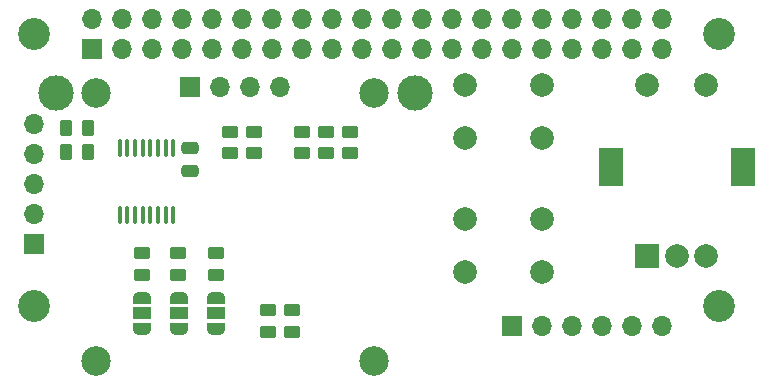
<source format=gbs>
G04 #@! TF.GenerationSoftware,KiCad,Pcbnew,(6.0.0-0)*
G04 #@! TF.CreationDate,2022-01-03T13:42:27-06:00*
G04 #@! TF.ProjectId,ctrl_board,6374726c-5f62-46f6-9172-642e6b696361,rev?*
G04 #@! TF.SameCoordinates,Original*
G04 #@! TF.FileFunction,Soldermask,Bot*
G04 #@! TF.FilePolarity,Negative*
%FSLAX46Y46*%
G04 Gerber Fmt 4.6, Leading zero omitted, Abs format (unit mm)*
G04 Created by KiCad (PCBNEW (6.0.0-0)) date 2022-01-03 13:42:27*
%MOMM*%
%LPD*%
G01*
G04 APERTURE LIST*
G04 Aperture macros list*
%AMRoundRect*
0 Rectangle with rounded corners*
0 $1 Rounding radius*
0 $2 $3 $4 $5 $6 $7 $8 $9 X,Y pos of 4 corners*
0 Add a 4 corners polygon primitive as box body*
4,1,4,$2,$3,$4,$5,$6,$7,$8,$9,$2,$3,0*
0 Add four circle primitives for the rounded corners*
1,1,$1+$1,$2,$3*
1,1,$1+$1,$4,$5*
1,1,$1+$1,$6,$7*
1,1,$1+$1,$8,$9*
0 Add four rect primitives between the rounded corners*
20,1,$1+$1,$2,$3,$4,$5,0*
20,1,$1+$1,$4,$5,$6,$7,0*
20,1,$1+$1,$6,$7,$8,$9,0*
20,1,$1+$1,$8,$9,$2,$3,0*%
%AMFreePoly0*
4,1,22,0.550000,-0.750000,0.000000,-0.750000,0.000000,-0.745033,-0.079941,-0.743568,-0.215256,-0.701293,-0.333266,-0.622738,-0.424486,-0.514219,-0.481581,-0.384460,-0.499164,-0.250000,-0.500000,-0.250000,-0.500000,0.250000,-0.499164,0.250000,-0.499963,0.256109,-0.478152,0.396186,-0.417904,0.524511,-0.324060,0.630769,-0.204165,0.706417,-0.067858,0.745374,0.000000,0.744959,0.000000,0.750000,
0.550000,0.750000,0.550000,-0.750000,0.550000,-0.750000,$1*%
%AMFreePoly1*
4,1,20,0.000000,0.744959,0.073905,0.744508,0.209726,0.703889,0.328688,0.626782,0.421226,0.519385,0.479903,0.390333,0.500000,0.250000,0.500000,-0.250000,0.499851,-0.262216,0.476331,-0.402017,0.414519,-0.529596,0.319384,-0.634700,0.198574,-0.708877,0.061801,-0.746166,0.000000,-0.745033,0.000000,-0.750000,-0.550000,-0.750000,-0.550000,0.750000,0.000000,0.750000,0.000000,0.744959,
0.000000,0.744959,$1*%
G04 Aperture macros list end*
%ADD10C,2.700000*%
%ADD11C,2.000000*%
%ADD12R,1.700000X1.700000*%
%ADD13O,1.700000X1.700000*%
%ADD14C,2.500000*%
%ADD15C,3.000000*%
%ADD16R,2.000000X2.000000*%
%ADD17R,2.000000X3.200000*%
%ADD18RoundRect,0.250000X-0.262500X-0.450000X0.262500X-0.450000X0.262500X0.450000X-0.262500X0.450000X0*%
%ADD19FreePoly0,90.000000*%
%ADD20R,1.500000X1.000000*%
%ADD21FreePoly1,90.000000*%
%ADD22RoundRect,0.250000X-0.450000X0.262500X-0.450000X-0.262500X0.450000X-0.262500X0.450000X0.262500X0*%
%ADD23RoundRect,0.250000X0.450000X-0.262500X0.450000X0.262500X-0.450000X0.262500X-0.450000X-0.262500X0*%
%ADD24RoundRect,0.100000X0.100000X-0.637500X0.100000X0.637500X-0.100000X0.637500X-0.100000X-0.637500X0*%
%ADD25RoundRect,0.250000X0.262500X0.450000X-0.262500X0.450000X-0.262500X-0.450000X0.262500X-0.450000X0*%
%ADD26RoundRect,0.250000X-0.475000X0.250000X-0.475000X-0.250000X0.475000X-0.250000X0.475000X0.250000X0*%
G04 APERTURE END LIST*
D10*
X203500000Y-97500000D03*
X261500000Y-97500000D03*
X203500000Y-120500000D03*
X261500000Y-120500000D03*
D11*
X246500000Y-101800000D03*
X240000000Y-101800000D03*
X240000000Y-106300000D03*
X246500000Y-106300000D03*
X240000000Y-117700000D03*
X246500000Y-117700000D03*
X246500000Y-113200000D03*
X240000000Y-113200000D03*
D12*
X216690000Y-102000000D03*
D13*
X219230000Y-102000000D03*
X221770000Y-102000000D03*
X224310000Y-102000000D03*
D14*
X232250000Y-125200000D03*
D15*
X205300000Y-102500000D03*
D14*
X208750000Y-102500000D03*
X208750000Y-125200000D03*
D15*
X235700000Y-102500000D03*
D14*
X232250000Y-102500000D03*
D12*
X243950000Y-122200000D03*
D13*
X246490000Y-122200000D03*
X249030000Y-122200000D03*
X251570000Y-122200000D03*
X254110000Y-122200000D03*
X256650000Y-122200000D03*
D16*
X255400000Y-116300000D03*
D11*
X260400000Y-116300000D03*
X257900000Y-116300000D03*
D17*
X263500000Y-108800000D03*
X252300000Y-108800000D03*
D11*
X260400000Y-101800000D03*
X255400000Y-101800000D03*
D12*
X208370000Y-98770000D03*
D13*
X208370000Y-96230000D03*
X210910000Y-98770000D03*
X210910000Y-96230000D03*
X213450000Y-98770000D03*
X213450000Y-96230000D03*
X215990000Y-98770000D03*
X215990000Y-96230000D03*
X218530000Y-98770000D03*
X218530000Y-96230000D03*
X221070000Y-98770000D03*
X221070000Y-96230000D03*
X223610000Y-98770000D03*
X223610000Y-96230000D03*
X226150000Y-98770000D03*
X226150000Y-96230000D03*
X228690000Y-98770000D03*
X228690000Y-96230000D03*
X231230000Y-98770000D03*
X231230000Y-96230000D03*
X233770000Y-98770000D03*
X233770000Y-96230000D03*
X236310000Y-98770000D03*
X236310000Y-96230000D03*
X238850000Y-98770000D03*
X238850000Y-96230000D03*
X241390000Y-98770000D03*
X241390000Y-96230000D03*
X243930000Y-98770000D03*
X243930000Y-96230000D03*
X246470000Y-98770000D03*
X246470000Y-96230000D03*
X249010000Y-98770000D03*
X249010000Y-96230000D03*
X251550000Y-98770000D03*
X251550000Y-96230000D03*
X254090000Y-98770000D03*
X254090000Y-96230000D03*
X256630000Y-98770000D03*
X256630000Y-96230000D03*
D18*
X206187500Y-105500000D03*
X208012500Y-105500000D03*
D19*
X218859500Y-122471000D03*
D20*
X218859500Y-121171000D03*
D21*
X218859500Y-119871000D03*
D19*
X215716250Y-122471000D03*
D20*
X215716250Y-121171000D03*
D21*
X215716250Y-119871000D03*
D19*
X212573000Y-122471000D03*
D20*
X212573000Y-121171000D03*
D21*
X212573000Y-119871000D03*
D22*
X220038083Y-105780500D03*
X220038083Y-107605500D03*
X222070466Y-105780500D03*
X222070466Y-107605500D03*
D23*
X218859500Y-117892500D03*
X218859500Y-116067500D03*
X215700000Y-117892500D03*
X215700000Y-116067500D03*
X212573000Y-117892500D03*
X212573000Y-116067500D03*
D24*
X215275000Y-112862500D03*
X214625000Y-112862500D03*
X213975000Y-112862500D03*
X213325000Y-112862500D03*
X212675000Y-112862500D03*
X212025000Y-112862500D03*
X211375000Y-112862500D03*
X210725000Y-112862500D03*
X210725000Y-107137500D03*
X211375000Y-107137500D03*
X212025000Y-107137500D03*
X212675000Y-107137500D03*
X213325000Y-107137500D03*
X213975000Y-107137500D03*
X214625000Y-107137500D03*
X215275000Y-107137500D03*
D23*
X223300000Y-122712500D03*
X223300000Y-120887500D03*
X225274084Y-122712500D03*
X225274084Y-120887500D03*
D25*
X208012500Y-107500000D03*
X206187500Y-107500000D03*
D26*
X216700000Y-107200000D03*
X216700000Y-109100000D03*
D22*
X226135232Y-105780500D03*
X226135232Y-107605500D03*
X230200000Y-105780500D03*
X230200000Y-107605500D03*
X228167615Y-105780500D03*
X228167615Y-107605500D03*
D12*
X203500000Y-115270000D03*
D13*
X203500000Y-112730000D03*
X203500000Y-110190000D03*
X203500000Y-107650000D03*
X203500000Y-105110000D03*
M02*

</source>
